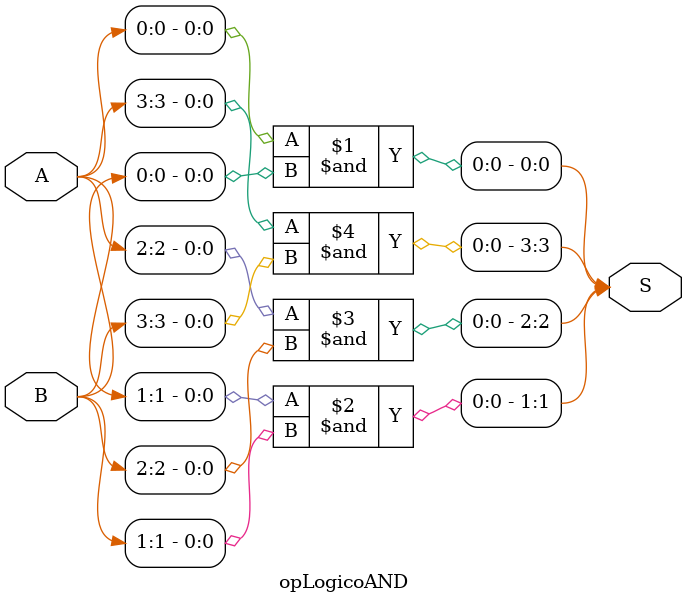
<source format=v>
module opLogicoAND(S, A, B);
	input [3:0] A, B;
	output [3:0] S;
	
	and And0(S[0], A[0], B[0]);
	and And1(S[1], A[1], B[1]);
	and And2(S[2], A[2], B[2]);
	and And3(S[3], A[3], B[3]);
	
endmodule

</source>
